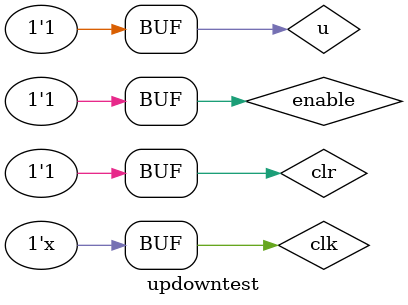
<source format=v>
`timescale 1ns / 1ps

module updowntest;

	// Inputs
	reg u;
	reg clk;
	reg clr;
	reg enable;

	// Outputs
	wire [3:0] n; 

	// Instantiate the Unit Under Test (UUT)
	updown uut (
		.n(n), 
		.u(u), 
		.clk(clk), 
		.clr(clr), 
		.enable(enable)
	);

	initial begin
		// Initialize Inputs
		u = 0;
		clk = 0;
		clr = 0;
		enable = 0;

		// Wait 100 ns for global reset to finish
			
		#100;
			
			
			clr = 1;
			
			#20
			enable = 1; 
			
			#20
			
			u = 1; 
		// Add stimulus here

	end
      
		always clk = #10 ~clk;
        
		// Add stimulus here

      
endmodule


</source>
